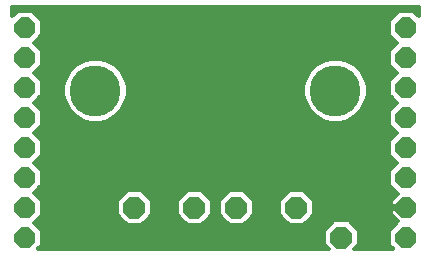
<source format=gbl>
G75*
%MOIN*%
%OFA0B0*%
%FSLAX25Y25*%
%IPPOS*%
%LPD*%
%AMOC8*
5,1,8,0,0,1.08239X$1,22.5*
%
%ADD10OC8,0.07000*%
%ADD11OC8,0.07087*%
%ADD12C,0.16992*%
%ADD13C,0.01200*%
D10*
X0011500Y0011000D03*
X0011500Y0021000D03*
X0011500Y0031000D03*
X0011500Y0041000D03*
X0011500Y0051000D03*
X0011500Y0061000D03*
X0011500Y0071000D03*
X0011500Y0081000D03*
X0138500Y0081000D03*
X0138500Y0071000D03*
X0138500Y0061000D03*
X0138500Y0051000D03*
X0138500Y0041000D03*
X0138500Y0031000D03*
X0138500Y0021000D03*
X0138500Y0011000D03*
D11*
X0117000Y0011000D03*
X0117000Y0021000D03*
X0102000Y0021000D03*
X0092000Y0021000D03*
X0082000Y0021000D03*
X0068000Y0021000D03*
X0058000Y0021000D03*
X0048000Y0021000D03*
D12*
X0035000Y0060000D03*
X0115000Y0060000D03*
D13*
X0121605Y0068521D02*
X0132918Y0068521D01*
X0132800Y0068639D02*
X0135439Y0066000D01*
X0132800Y0063361D01*
X0132800Y0058639D01*
X0135439Y0056000D01*
X0132800Y0053361D01*
X0132800Y0048639D01*
X0135439Y0046000D01*
X0132800Y0043361D01*
X0132800Y0038639D01*
X0135439Y0036000D01*
X0132800Y0033361D01*
X0132800Y0028639D01*
X0135863Y0025576D01*
X0133400Y0023112D01*
X0133400Y0021400D01*
X0138100Y0021400D01*
X0138100Y0020600D01*
X0133400Y0020600D01*
X0133400Y0018888D01*
X0135863Y0016424D01*
X0132800Y0013361D01*
X0132800Y0008639D01*
X0134239Y0007200D01*
X0121322Y0007200D01*
X0122743Y0008621D01*
X0122743Y0013379D01*
X0119379Y0016743D01*
X0114621Y0016743D01*
X0111257Y0013379D01*
X0111257Y0008621D01*
X0112678Y0007200D01*
X0015761Y0007200D01*
X0017200Y0008639D01*
X0017200Y0013361D01*
X0014561Y0016000D01*
X0017200Y0018639D01*
X0017200Y0023361D01*
X0014561Y0026000D01*
X0017200Y0028639D01*
X0017200Y0033361D01*
X0014561Y0036000D01*
X0017200Y0038639D01*
X0017200Y0043361D01*
X0014561Y0046000D01*
X0017200Y0048639D01*
X0017200Y0053361D01*
X0014561Y0056000D01*
X0017200Y0058639D01*
X0017200Y0063361D01*
X0014561Y0066000D01*
X0017200Y0068639D01*
X0017200Y0073361D01*
X0014561Y0076000D01*
X0017200Y0078639D01*
X0017200Y0083361D01*
X0013861Y0086700D01*
X0009139Y0086700D01*
X0007200Y0084761D01*
X0007200Y0087800D01*
X0142800Y0087800D01*
X0142800Y0084761D01*
X0140861Y0086700D01*
X0136139Y0086700D01*
X0132800Y0083361D01*
X0132800Y0078639D01*
X0135439Y0076000D01*
X0132800Y0073361D01*
X0132800Y0068639D01*
X0132800Y0069720D02*
X0119557Y0069720D01*
X0119129Y0069967D02*
X0116408Y0070696D01*
X0113592Y0070696D01*
X0110871Y0069967D01*
X0108432Y0068559D01*
X0106441Y0066568D01*
X0105033Y0064129D01*
X0104304Y0061408D01*
X0104304Y0058592D01*
X0105033Y0055871D01*
X0106441Y0053432D01*
X0108432Y0051441D01*
X0110871Y0050033D01*
X0113592Y0049304D01*
X0116408Y0049304D01*
X0119129Y0050033D01*
X0121568Y0051441D01*
X0123559Y0053432D01*
X0124967Y0055871D01*
X0125696Y0058592D01*
X0125696Y0061408D01*
X0124967Y0064129D01*
X0123559Y0066568D01*
X0121568Y0068559D01*
X0119129Y0069967D01*
X0122804Y0067323D02*
X0134116Y0067323D01*
X0135315Y0066124D02*
X0123815Y0066124D01*
X0124507Y0064926D02*
X0134365Y0064926D01*
X0133166Y0063727D02*
X0125075Y0063727D01*
X0125396Y0062529D02*
X0132800Y0062529D01*
X0132800Y0061330D02*
X0125696Y0061330D01*
X0125696Y0060132D02*
X0132800Y0060132D01*
X0132800Y0058933D02*
X0125696Y0058933D01*
X0125466Y0057734D02*
X0133704Y0057734D01*
X0134903Y0056536D02*
X0125145Y0056536D01*
X0124659Y0055337D02*
X0134776Y0055337D01*
X0133578Y0054139D02*
X0123967Y0054139D01*
X0123067Y0052940D02*
X0132800Y0052940D01*
X0132800Y0051742D02*
X0121868Y0051742D01*
X0120013Y0050543D02*
X0132800Y0050543D01*
X0132800Y0049345D02*
X0116561Y0049345D01*
X0113439Y0049345D02*
X0036561Y0049345D01*
X0036408Y0049304D02*
X0039129Y0050033D01*
X0041568Y0051441D01*
X0043559Y0053432D01*
X0044967Y0055871D01*
X0045696Y0058592D01*
X0045696Y0061408D01*
X0044967Y0064129D01*
X0043559Y0066568D01*
X0041568Y0068559D01*
X0039129Y0069967D01*
X0036408Y0070696D01*
X0033592Y0070696D01*
X0030871Y0069967D01*
X0028432Y0068559D01*
X0026441Y0066568D01*
X0025033Y0064129D01*
X0024304Y0061408D01*
X0024304Y0058592D01*
X0025033Y0055871D01*
X0026441Y0053432D01*
X0028432Y0051441D01*
X0030871Y0050033D01*
X0033592Y0049304D01*
X0036408Y0049304D01*
X0033439Y0049345D02*
X0017200Y0049345D01*
X0017200Y0050543D02*
X0029987Y0050543D01*
X0028132Y0051742D02*
X0017200Y0051742D01*
X0017200Y0052940D02*
X0026933Y0052940D01*
X0026033Y0054139D02*
X0016422Y0054139D01*
X0015224Y0055337D02*
X0025341Y0055337D01*
X0024855Y0056536D02*
X0015097Y0056536D01*
X0016295Y0057734D02*
X0024534Y0057734D01*
X0024304Y0058933D02*
X0017200Y0058933D01*
X0017200Y0060132D02*
X0024304Y0060132D01*
X0024304Y0061330D02*
X0017200Y0061330D01*
X0017200Y0062529D02*
X0024604Y0062529D01*
X0024925Y0063727D02*
X0016834Y0063727D01*
X0015635Y0064926D02*
X0025493Y0064926D01*
X0026185Y0066124D02*
X0014685Y0066124D01*
X0015884Y0067323D02*
X0027196Y0067323D01*
X0028395Y0068521D02*
X0017082Y0068521D01*
X0017200Y0069720D02*
X0030443Y0069720D01*
X0039557Y0069720D02*
X0110443Y0069720D01*
X0108395Y0068521D02*
X0041605Y0068521D01*
X0042804Y0067323D02*
X0107196Y0067323D01*
X0106185Y0066124D02*
X0043815Y0066124D01*
X0044507Y0064926D02*
X0105493Y0064926D01*
X0104925Y0063727D02*
X0045075Y0063727D01*
X0045396Y0062529D02*
X0104604Y0062529D01*
X0104304Y0061330D02*
X0045696Y0061330D01*
X0045696Y0060132D02*
X0104304Y0060132D01*
X0104304Y0058933D02*
X0045696Y0058933D01*
X0045466Y0057734D02*
X0104534Y0057734D01*
X0104855Y0056536D02*
X0045145Y0056536D01*
X0044659Y0055337D02*
X0105341Y0055337D01*
X0106033Y0054139D02*
X0043967Y0054139D01*
X0043067Y0052940D02*
X0106933Y0052940D01*
X0108132Y0051742D02*
X0041868Y0051742D01*
X0040013Y0050543D02*
X0109987Y0050543D01*
X0104379Y0026743D02*
X0099621Y0026743D01*
X0096257Y0023379D01*
X0096257Y0018621D01*
X0099621Y0015257D01*
X0104379Y0015257D01*
X0107743Y0018621D01*
X0107743Y0023379D01*
X0104379Y0026743D01*
X0104549Y0026573D02*
X0134866Y0026573D01*
X0135662Y0025375D02*
X0105748Y0025375D01*
X0106946Y0024176D02*
X0134464Y0024176D01*
X0133400Y0022978D02*
X0107743Y0022978D01*
X0107743Y0021779D02*
X0133400Y0021779D01*
X0133400Y0020581D02*
X0107743Y0020581D01*
X0107743Y0019382D02*
X0133400Y0019382D01*
X0134104Y0018184D02*
X0107306Y0018184D01*
X0106107Y0016985D02*
X0135302Y0016985D01*
X0135226Y0015787D02*
X0120336Y0015787D01*
X0121534Y0014588D02*
X0134027Y0014588D01*
X0132829Y0013390D02*
X0122733Y0013390D01*
X0122743Y0012191D02*
X0132800Y0012191D01*
X0132800Y0010993D02*
X0122743Y0010993D01*
X0122743Y0009794D02*
X0132800Y0009794D01*
X0132843Y0008596D02*
X0122718Y0008596D01*
X0121519Y0007397D02*
X0134042Y0007397D01*
X0133667Y0027772D02*
X0016333Y0027772D01*
X0017200Y0028970D02*
X0132800Y0028970D01*
X0132800Y0030169D02*
X0017200Y0030169D01*
X0017200Y0031367D02*
X0132800Y0031367D01*
X0132800Y0032566D02*
X0017200Y0032566D01*
X0016797Y0033764D02*
X0133203Y0033764D01*
X0134402Y0034963D02*
X0015598Y0034963D01*
X0014722Y0036161D02*
X0135278Y0036161D01*
X0134079Y0037360D02*
X0015921Y0037360D01*
X0017119Y0038558D02*
X0132881Y0038558D01*
X0132800Y0039757D02*
X0017200Y0039757D01*
X0017200Y0040955D02*
X0132800Y0040955D01*
X0132800Y0042154D02*
X0017200Y0042154D01*
X0017200Y0043352D02*
X0132800Y0043352D01*
X0133990Y0044551D02*
X0016010Y0044551D01*
X0014812Y0045749D02*
X0135188Y0045749D01*
X0134491Y0046948D02*
X0015509Y0046948D01*
X0016707Y0048146D02*
X0133293Y0048146D01*
X0132800Y0070918D02*
X0017200Y0070918D01*
X0017200Y0072117D02*
X0132800Y0072117D01*
X0132800Y0073315D02*
X0017200Y0073315D01*
X0016047Y0074514D02*
X0133953Y0074514D01*
X0135151Y0075712D02*
X0014849Y0075712D01*
X0015472Y0076911D02*
X0134528Y0076911D01*
X0133330Y0078109D02*
X0016670Y0078109D01*
X0017200Y0079308D02*
X0132800Y0079308D01*
X0132800Y0080506D02*
X0017200Y0080506D01*
X0017200Y0081705D02*
X0132800Y0081705D01*
X0132800Y0082903D02*
X0017200Y0082903D01*
X0016459Y0084102D02*
X0133541Y0084102D01*
X0134739Y0085300D02*
X0015261Y0085300D01*
X0014062Y0086499D02*
X0135938Y0086499D01*
X0141062Y0086499D02*
X0142800Y0086499D01*
X0142800Y0087697D02*
X0007200Y0087697D01*
X0007200Y0086499D02*
X0008938Y0086499D01*
X0007739Y0085300D02*
X0007200Y0085300D01*
X0015134Y0026573D02*
X0045451Y0026573D01*
X0045621Y0026743D02*
X0042257Y0023379D01*
X0042257Y0018621D01*
X0045621Y0015257D01*
X0050379Y0015257D01*
X0053743Y0018621D01*
X0053743Y0023379D01*
X0050379Y0026743D01*
X0045621Y0026743D01*
X0044252Y0025375D02*
X0015186Y0025375D01*
X0016385Y0024176D02*
X0043054Y0024176D01*
X0042257Y0022978D02*
X0017200Y0022978D01*
X0017200Y0021779D02*
X0042257Y0021779D01*
X0042257Y0020581D02*
X0017200Y0020581D01*
X0017200Y0019382D02*
X0042257Y0019382D01*
X0042694Y0018184D02*
X0016745Y0018184D01*
X0015546Y0016985D02*
X0043893Y0016985D01*
X0045091Y0015787D02*
X0014774Y0015787D01*
X0015973Y0014588D02*
X0112466Y0014588D01*
X0113664Y0015787D02*
X0104909Y0015787D01*
X0099091Y0015787D02*
X0084909Y0015787D01*
X0084379Y0015257D02*
X0087743Y0018621D01*
X0087743Y0023379D01*
X0084379Y0026743D01*
X0079621Y0026743D01*
X0076257Y0023379D01*
X0076257Y0018621D01*
X0079621Y0015257D01*
X0084379Y0015257D01*
X0086107Y0016985D02*
X0097893Y0016985D01*
X0096694Y0018184D02*
X0087306Y0018184D01*
X0087743Y0019382D02*
X0096257Y0019382D01*
X0096257Y0020581D02*
X0087743Y0020581D01*
X0087743Y0021779D02*
X0096257Y0021779D01*
X0096257Y0022978D02*
X0087743Y0022978D01*
X0086946Y0024176D02*
X0097054Y0024176D01*
X0098252Y0025375D02*
X0085748Y0025375D01*
X0084549Y0026573D02*
X0099451Y0026573D01*
X0111267Y0013390D02*
X0017171Y0013390D01*
X0017200Y0012191D02*
X0111257Y0012191D01*
X0111257Y0010993D02*
X0017200Y0010993D01*
X0017200Y0009794D02*
X0111257Y0009794D01*
X0111282Y0008596D02*
X0017157Y0008596D01*
X0015958Y0007397D02*
X0112481Y0007397D01*
X0079451Y0026573D02*
X0070549Y0026573D01*
X0070379Y0026743D02*
X0065621Y0026743D01*
X0062257Y0023379D01*
X0062257Y0018621D01*
X0065621Y0015257D01*
X0070379Y0015257D01*
X0073743Y0018621D01*
X0073743Y0023379D01*
X0070379Y0026743D01*
X0071748Y0025375D02*
X0078252Y0025375D01*
X0077054Y0024176D02*
X0072946Y0024176D01*
X0073743Y0022978D02*
X0076257Y0022978D01*
X0076257Y0021779D02*
X0073743Y0021779D01*
X0073743Y0020581D02*
X0076257Y0020581D01*
X0076257Y0019382D02*
X0073743Y0019382D01*
X0073306Y0018184D02*
X0076694Y0018184D01*
X0077893Y0016985D02*
X0072107Y0016985D01*
X0070909Y0015787D02*
X0079091Y0015787D01*
X0065091Y0015787D02*
X0050909Y0015787D01*
X0052107Y0016985D02*
X0063893Y0016985D01*
X0062694Y0018184D02*
X0053306Y0018184D01*
X0053743Y0019382D02*
X0062257Y0019382D01*
X0062257Y0020581D02*
X0053743Y0020581D01*
X0053743Y0021779D02*
X0062257Y0021779D01*
X0062257Y0022978D02*
X0053743Y0022978D01*
X0052946Y0024176D02*
X0063054Y0024176D01*
X0064252Y0025375D02*
X0051748Y0025375D01*
X0050549Y0026573D02*
X0065451Y0026573D01*
X0142261Y0085300D02*
X0142800Y0085300D01*
M02*

</source>
